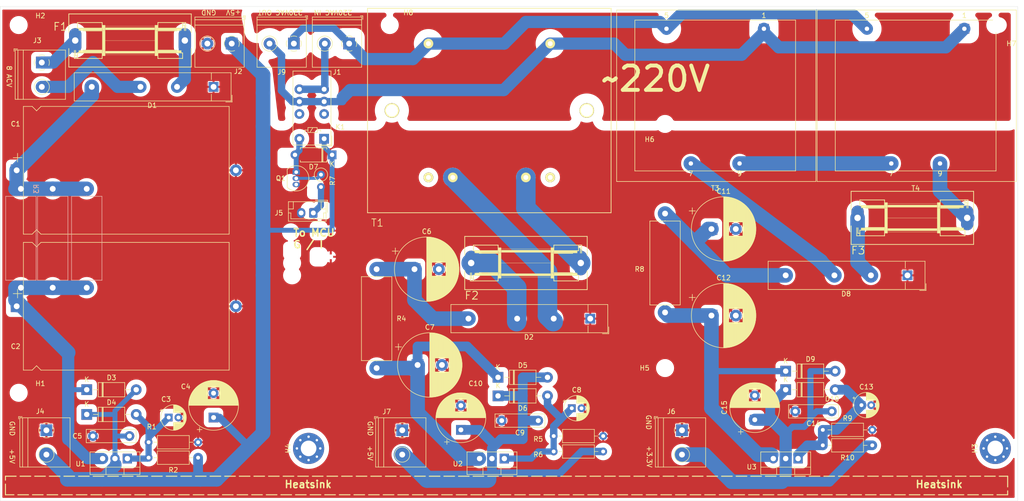
<source format=kicad_pcb>
(kicad_pcb (version 20240108) (generator "pcbnew") (generator_version "8.0")
  (layers (0 "F.Cu" signal) (31 "B.Cu" signal) (34 "B.Paste" user) (35 "F.Paste" user) (36 "B.SilkS" user "B.Silkscreen") (37 "F.SilkS" user "F.Silkscreen") (38 "B.Mask" user) (39 "F.Mask" user) (44 "Edge.Cuts" user))
  (net 0 "")
  (net 1 "GNDD")
  (net 2 "Net-(D1-+)")
  (net 3 "Net-(D4-A)")
  (net 4 "/AC1.1")
  (net 5 "/AC1.2")
  (net 6 "Net-(D3-K)")
  (net 7 "/ACF1.1")
  (net 8 "/DC_Out1_+5V")
  (net 9 "Net-(D2-+)")
  (net 10 "Net-(D5-K)")
  (net 11 "Net-(D6-A)")
  (net 12 "/DC_Out2_+5V")
  (net 13 "/AC2.2")
  (net 14 "/ACF2.1")
  (net 15 "Net-(T1-SB)")
  (net 16 "Net-(D7-A)")
  (net 19 "Net-(Q1-B)")
  (net 20 "/220VAC_Raw_2")
  (net 21 "/220VAC_Raw_1")
  (net 22 "/PWR_CTRL")
  (net 23 "Net-(D8-+)")
  (net 24 "Net-(D9-K)")
  (net 25 "Net-(D10-A)")
  (net 26 "/DC_Out3_+3.3V")
  (net 27 "/AC3.2")
  (net 28 "Net-(J9-Pin_2)")
  (net 29 "Net-(T3-SB)")
  (net 30 "/AC3.1")
  (net 31 "Net-(T4-SB)")
  (footprint "Resistor_THT:R_Axial_DIN0207_L6.3mm_D2.5mm_P10.16mm_Horizontal" (layer "F.Cu") (at 164.6178 115.57)
    (property "Reference" "R6")
    (property "Value" "330")
  )
  (footprint "Capacitor_THT:C_Rect_L10.0mm_W2.5mm_P7.50mm_MKS4" (layer "F.Cu") (at 221.7078 107.315 180)
    (property "Reference" "C14")
    (property "Value" "1uF")
  )
  (footprint "Capacitor_THT:C_Rect_L10.0mm_W2.5mm_P7.50mm_MKS4" (layer "F.Cu") (at 161.4428 109.22 180)
    (property "Reference" "C9")
    (property "Value" "1uF")
  )
  (footprint "Resistor_THT:R_Axial_DIN0617_L17.0mm_D6.0mm_P20.32mm_Horizontal" (layer "F.Cu") (at 128.27 78.105 -90)
    (property "Reference" "R4")
    (property "Value" "2.2" (hide yes))
  )
  (footprint "Capacitor_THT:CP_Radial_D10.0mm_P5.00mm" (layer "F.Cu") (at 94.7928 108.585 90)
    (property "Reference" "C4")
    (property "Value" "220uF")
  )
  (footprint "Resistor_THT:R_Axial_DIN0207_L6.3mm_D2.5mm_P10.16mm_Horizontal" (layer "F.Cu") (at 81.4578 113.665)
    (property "Reference" "R1")
    (property "Value" "82R")
  )
  (footprint "Capacitor_THT:CP_Radial_D10.0mm_P5.00mm" (layer "F.Cu") (at 145.5678 111.125 90)
    (property "Reference" "C10")
    (property "Value" "220uF")
  )
  (footprint "MyLibrary:SH22,5A" (layer "F.Cu") (at 158.9278 76.835)
    (property "Reference" "F2")
    (property "Value" "Fuse")
  )
  (footprint "MountingHole:MountingHole_3.2mm_M3" (layer "F.Cu") (at 54.7878 103.505 90)
    (property "Reference" "H1")
    (property "Value" "MountingHole")
  )
  (footprint "Capacitor_THT:CP_Radial_D5.0mm_P2.00mm" (layer "F.Cu") (at 227.797688 106.045)
    (property "Reference" "C13")
    (property "Value" "10uF/35V")
  )
  (footprint "Resistor_THT:R_Axial_DIN0207_L6.3mm_D2.5mm_P10.16mm_Horizontal" (layer "F.Cu") (at 164.6178 112.395)
    (property "Reference" "R5")
    (property "Value" "82R")
  )
  (footprint "MyLibrary:Transformer_Breve_TEZ-35x42_crni_6v_3.va" (layer "F.Cu") (at 248.92 29.972 180)
    (property "Reference" "T4")
    (property "Value" "Transformer_1P_1S")
  )
  (footprint "Capacitor_THT:CP_Radial_D10.0mm_P5.00mm" (layer "F.Cu") (at 205.8928 109.047677 90)
    (property "Reference" "C15")
    (property "Value" "220uF")
  )
  (footprint "MyLibrary:SH22,5A" (layer "F.Cu") (at 77.6478 31.115)
    (property "Reference" "F1")
    (property "Value" "Fuse")
  )
  (footprint "Package_TO_SOT_THT:TO-92_Inline" (layer "F.Cu") (at 111.76 58.166 -90)
    (property "Reference" "Q1")
    (property "Value" "BC547")
  )
  (footprint "MountingHole:MountingHole_3.2mm_M3" (layer "F.Cu") (at 187.4778 98.425 90)
    (property "Reference" "H5")
    (property "Value" "MountingHole")
  )
  (footprint "Capacitor_THT:CP_Radial_D5.0mm_P2.00mm" (layer "F.Cu") (at 85.582688 108.585)
    (property "Reference" "C3")
    (property "Value" "10uF/35V")
  )
  (footprint "Resistor_THT:R_Axial_DIN0207_L6.3mm_D2.5mm_P10.16mm_Horizontal" (layer "F.Cu") (at 219.8628 111.125)
    (property "Reference" "R9")
    (property "Value" "82R")
  )
  (footprint "Capacitor_THT:CP_Radial_D13.0mm_P5.00mm" (layer "F.Cu") (at 197.0028 87.63)
    (property "Reference" "C12")
    (property "Value" "2200uF/40v")
  )
  (footprint "Relay_THT:Relay_DPDT_Omron_G6S-2" (layer "F.Cu") (at 117.4953 51.2925 180)
    (property "Reference" "K1")
    (property "Value" "G6S-2")
  )
  (footprint "Diode_THT:D_A-405_P7.62mm_Horizontal" (layer "F.Cu") (at 119.126 54.61 180)
    (property "Reference" "D7")
    (property "Value" "1N4004")
  )
  (footprint "Capacitor_THT:CP_Radial_D13.0mm_P5.00mm" (layer "F.Cu") (at 136.6778 97.79)
    (property "Reference" "C7")
    (property "Value" "2200uF/40v")
  )
  (footprint "Package_TO_SOT_THT:TO-220-3_Vertical" (layer "F.Cu") (at 77.0996 117.0244 180)
    (property "Reference" "U1")
    (property "Value" "LT1084-ADJ")
  )
  (footprint "MyLibrary:Diode_Bridge_32.0x5.6x17.0mm_P10.0mm_P7.5mm" (layer "F.Cu") (at 94.7928 40.64 180)
    (property "Reference" "D1")
    (property "Value" "B80C3x00-2200A")
  )
  (footprint "Diode_THT:D_DO-41_SOD81_P10.16mm_Horizontal" (layer "F.Cu") (at 153.1878 104.14)
    (property "Reference" "D6")
    (property "Value" "1N4004")
  )
  (footprint "TerminalBlock_Philmore:TerminalBlock_Philmore_TB132_1x02_P5.00mm_Horizontal" (layer "F.Cu") (at 133.5278 111.205 -90)
    (property "Reference" "J7")
    (property "Value" "DC Out")
  )
  (footprint "MountingHole:MountingHole_3.2mm_M3" (layer "F.Cu") (at 256.032 27.94)
    (property "Reference" "H7")
    (property "Value" "MountingHole")
  )
  (footprint "TerminalBlock_Philmore:TerminalBlock_Philmore_TB132_1x02_P5.00mm_Horizontal" (layer "F.Cu") (at 59.5328 35.64 -90)
    (property "Reference" "J3")
    (property "Value" "AC In")
  )
  (footprint "MountingHole:MountingHole_3.2mm_M3_Pad_Via" (layer "F.Cu") (at 255.27 114.935 90)
    (property "Reference" "H3")
    (property "Value" "MountingHole")
  )
  (footprint "MyLibrary:Diode_Bridge_32.0x5.6x17.0mm_P10.0mm_P7.5mm" (layer "F.Cu") (at 237.2428 79.375 180)
    (property "Reference" "D8")
    (property "Value" "B80C3x00-2200A")
  )
  (footprint "Diode_THT:D_DO-41_SOD81_P10.16mm_Horizontal" (layer "F.Cu") (at 153.1878 100.33)
    (property "Reference" "D5")
    (property "Value" "1N4004")
  )
  (footprint "Package_TO_SOT_THT:TO-220-3_Vertical" (layer "F.Cu") (at 154.4828 117.0244 180)
    (property "Reference" "U2")
    (property "Value" "LT1084-ADJ")
  )
  (footprint "MountingHole:MountingHole_3.2mm_M3" (layer "F.Cu") (at 54.7878 27.94 90)
    (property "Reference" "H2")
    (property "Value" "MountingHole")
  )
  (footprint "TerminalBlock_Philmore:TerminalBlock_Philmore_TB132_1x02_P5.00mm_Horizontal" (layer "F.Cu") (at 190.9528 111.205 -90)
    (property "Reference" "J6")
    (property "Value" "DC Out")
  )
  (footprint "Connector_JST:JST_EH_B2B-EH-A_1x02_P2.50mm_Vertical" (layer "F.Cu") (at 115.276 66.548 180)
    (property "Reference" "J5")
    (property "Value" "Conn_01x02_Pin")
  )
  (footprint "Diode_THT:D_DO-41_SOD81_P10.16mm_Horizontal" (layer "F.Cu") (at 212.2428 99.06)
    (property "Reference" "D9")
    (property "Value" "1N4004")
  )
  (footprint "MyLibrary:Diode_Bridge_32.0x5.6x17.0mm_P10.0mm_P7.5mm" (layer "F.Cu") (at 172.1178 88.265 180)
    (property "Reference" "D2")
    (property "Value" "B80C3x00-2200A")
  )
  (footprint "TerminalBlock_Philmore:TerminalBlock_Philmore_TB132_1x02_P5.00mm_Horizontal" (layer "F.Cu") (at 98.5228 31.75 180)
    (property "Reference" "J2")
    (property "Value" "DC Out")
  )
  (footprint "TerminalBlock_Philmore:TerminalBlock_Philmore_TB132_1x02_P5.00mm_Horizontal" (layer "F.Cu") (at 60.4778 111.205 -90)
    (property "Reference" "J4")
    (property "Value" "DC Out")
  )
  (footprint "Resistor_THT:R_Axial_DIN0617_L17.0mm_D6.0mm_P20.32mm_Horizontal" (layer "F.Cu") (at 187.4778 66.675 -90)
    (property "Reference" "R8")
    (property "Value" "2.2")
  )
  (footprint "Capacitor_THT:C_Rect_L10.0mm_W2.5mm_P7.50mm_MKS4" (layer "F.Cu") (at 77.5278 112.395 180)
    (property "Reference" "C5")
    (property "Value" "1uF")
  )
  (footprint "Resistor_THT:R_Axial_DIN0207_L6.3mm_D2.5mm_P10.16mm_Horizontal" (layer "F.Cu") (at 81.4578 116.84)
    (property "Reference" "R2")
    (property "Value" "330")
  )
  (footprint "Diode_THT:D_DO-41_SOD81_P10.16mm_Horizontal" (layer "F.Cu") (at 68.7578 102.87)
    (property "Reference" "D3")
    (property "Value" "1N4004")
  )
  (footprint "Capacitor_THT:CP_Axial_L42.0mm_D26.0mm_P45.00mm_Horizontal" (layer "F.Cu") (at 54.3778 85.725)
    (property "Reference" "C2")
    (property "Value" "2200uF/40v")
  )
  (footprint "Package_TO_SOT_THT:TO-220-3_Vertical" (layer "F.Cu") (at 214.7828 117.0244 180)
    (property "Reference" "U3")
    (property "Value" "LT1084-ADJ")
  )
  (footprint "MountingHole:MountingHole_3.2mm_M3_Pad_Via" (layer "F.Cu") (at 114.3 114.935 90)
    (property "Reference" "H4")
    (property "Value" "MountingHole")
  )
  (footprint "Resistor_THT:R_Axial_DIN0207_L6.3mm_D2.5mm_P10.16mm_Horizontal" (layer "F.Cu") (at 219.8628 114.3)
    (property "Reference" "R10")
    (property "Value" "330")
  )
  (footprint "Diode_THT:D_DO-41_SOD81_P10.16mm_Horizontal" (layer "F.Cu") (at 212.2428 102.87)
    (property "Reference" "D10")
    (property "Value" "1N4004")
  )
  (footprint "MountingHole:MountingHole_3.2mm_M3" (layer "F.Cu") (at 187.4778 48.26 90)
    (property "Reference" "H6")
    (property "Value" "MountingHole")
  )
  (footprint "Capacitor_THT:CP_Axial_L42.0mm_D26.0mm_P45.00mm_Horizontal" (layer "F.Cu") (at 54.3778 57.785)
    (property "Reference" "C1")
    (property "Value" "2200uF/40v")
  )
  (footprint "Diode_THT:D_DO-41_SOD81_P10.16mm_Horizontal" (layer "F.Cu") (at 68.7578 107.95)
    (property "Reference" "D4")
    (property "Value" "1N4004")
  )
  (footprint "Capacitor_THT:CP_Radial_D13.0mm_P5.00mm" (layer "F.Cu") (at 136.0428 78.105)
    (property "Reference" "C6")
    (property "Value" "2200uF/40v")
  )
  (footprint "Resistor_THT:R_Axial_DIN0207_L6.3mm_D2.5mm_P2.54mm_Vertical" (layer "F.Cu") (at 116.84 58.674 -90)
    (property "Reference" "R7")
    (property "Value" "1k")
  )
  (footprint "MyLibrary:SH22,5A" (layer "F.Cu") (at 238.252 67.564)
    (property "Reference" "F3")
    (property "Value" "Fuse")
  )
  (footprint "MyLibrary:MYRRA_44266" (layer "F.Cu") (at 151.4028 45.5)
    (property "Reference" "T1")
    (property "Value" "Transformer_1P_1S")
  )
  (footprint "TerminalBlock_Philmore:TerminalBlock_Philmore_TB132_1x02_P5.00mm_Horizontal" (layer "F.Cu") (at 122.6278 31.75 180)
    (property "Reference" "J1")
    (property "Value" "Mains")
  )
  (footprint "MountingHole:MountingHole_3.2mm_M3" (layer "F.Cu") (at 130.9628 27.94)
    (property "Reference" "H8")
    (property "Value" "MountingHole")
  )
  (footprint "MyLibrary:Transformer_Breve_TEZ-35x42_crni_6v_3.va" (layer "F.Cu") (at 207.772 29.972 180)
    (property "Reference" "T3")
    (property "Value" "Transformer_1P_1S")
  )
  (footprint "TerminalBlock_Philmore:TerminalBlock_Philmore_TB132_1x02_P5.00mm_Horizontal" (layer "F.Cu") (at 111.2778 31.75 180)
    (property "Reference" "J9")
    (property "Value" "Mains")
  )
  (footprint "Capacitor_THT:CP_Radial_D13.0mm_P5.00mm" (layer "F.Cu") (at 197.0028 69.85)
    (property "Reference" "C11")
    (property "Value" "2200uF/40v")
  )
  (footprint "Capacitor_THT:CP_Radial_D5.0mm_P2.00mm" (layer "F.Cu") (at 168.3328 106.68)
    (property "Reference" "C8")
    (property "Value" "10uF/35V")
  )
  (footprint "Resistor_THT:R_Axial_DIN0617_L17.0mm_D6.0mm_P20.32mm_Horizontal" (layer "B.Cu") (at 61.7728 61.595 -90)
    (property "Reference" "R3" (hide yes))
    (property "Value" "2.2" (hide yes))
  )
  (footprint "Resistor_THT:R_Axial_DIN0617_L17.0mm_D6.0mm_P20.32mm_Horizontal" (layer "B.Cu") (at 68.7578 61.595 -90)
    (property "Reference" "R3" (hide yes))
    (property "Value" "2.2" (hide yes))
  )
  (footprint "Resistor_THT:R_Axial_DIN0617_L17.0mm_D6.0mm_P20.32mm_Horizontal" (layer "B.Cu") (at 55.245 61.595 -90)
    (property "Reference" "R3")
    (property "Value" "2.2" (hide yes))
  )
  (gr_rect (start 52.07 120.65) (end 257.81 124.46) (stroke (width 0.2) (type dash)) (fill none) (layer "F.SilkS"))
  (gr_rect (start 50.9778 24.13) (end 259.8678 125.73) (stroke (width 0.05)) (fill none) (layer "Edge.Cuts"))
  (gr_text "To MCU\nG / I" (at 110.998 73.914 0) (layer "F.SilkS") (effects (font (size 1.5 1.5) (thickness 0.3) (bold yes)) (justify left bottom)))
  (gr_text "GND" (at 95.4278 24.765 180) (layer "F.SilkS") (effects (font (size 1 1)) (justify left bottom)))
  (gr_text "GND" (at 183.515 107.95 -90) (layer "F.SilkS") (effects (font (size 1 1)) (justify left bottom)))
  (gr_text "+5V" (at 126.365 114.3 -90) (layer "F.SilkS") (effects (font (size 1 1)) (justify left bottom)))
  (gr_text "Heatsink" (at 238.76 123.19 0) (layer "F.SilkS") (effects (font (size 1.5 1.5) (thickness 0.3) (bold yes)) (justify left bottom)))
  (gr_text "~220V" (at 173.99 41.91 0) (layer "F.SilkS") (effects (font (size 5 5) (thickness 0.8) (bold yes)) (justify left bottom)))
  (gr_text "GND" (at 126.365 109.22 -90) (layer "F.SilkS") (effects (font (size 1 1)) (justify left bottom)))
  (gr_text "+5V" (at 100.5078 24.765 180) (layer "F.SilkS") (effects (font (size 1 1)) (justify left bottom)))
  (gr_text "+3.3V" (at 183.6678 114.3 270) (layer "F.SilkS") (effects (font (size 1 1)) (justify left bottom)))
  (gr_text "220VAC IN\n" (at 123.3428 24.765 180) (layer "F.SilkS") (effects (font (size 1 1)) (justify left bottom)))
  (gr_text "220VAC OUT" (at 113.1828 24.765 180) (layer "F.SilkS") (effects (font (size 1 1)) (justify left bottom)))
  (gr_text "Heatsink" (at 109.22 123.19 0) (layer "F.SilkS") (effects (font (size 1.5 1.5) (thickness 0.3) (bold yes)) (justify left bottom)))
  (gr_text "+5V" (at 52.8578 114.935 -90) (layer "F.SilkS") (effects (font (size 1 1)) (justify left bottom)))
  (gr_text "8 ACV" (at 52.2478 36.195 -90) (layer "F.SilkS") (effects (font (size 1 1)) (justify left bottom)))
  (gr_text "GND" (at 52.8578 109.22 -90) (layer "F.SilkS") (effects (font (size 1 1)) (justify left bottom)))
  (segment (start 54.3778 57.785) (end 54.3778 61.37) (width 3) (layer "B.Cu") (net 2))
  (segment (start 69.7928 40.64) (end 69.7928 42.37) (width 3) (layer "B.Cu") (net 2))
  (segment (start 54.1528 61.595) (end 61.7728 61.595) (width 3) (layer "B.Cu") (net 2))
  (segment (start 69.7928 42.37) (end 54.3778 57.785) (width 3) (layer "B.Cu") (net 2))
  (segment (start 61.7728 61.595) (end 68.7578 61.595) (width 3) (layer "B.Cu") (net 2))
  (segment (start 54.3778 61.37) (end 54.1528 61.595) (width 3) (layer "B.Cu") (net 2))
  (segment (start 81.4578 110.49) (end 78.9178 107.95) (width 1.27) (layer "B.Cu") (net 3))
  (segment (start 77.0996 117.0244) (end 81.2734 117.0244) (width 1.27) (layer "B.Cu") (net 3))
  (segment (start 81.4578 113.665) (end 81.4578 112.709888) (width 1.27) (layer "B.Cu") (net 3))
  (segment (start 81.4578 116.84) (end 81.4578 113.665) (width 1.27) (layer "B.Cu") (net 3))
  (segment (start 81.2734 117.0244) (end 81.4578 116.84) (width 1.27) (layer "B.Cu") (net 3))
  (segment (start 81.4578 113.665) (end 81.4578 110.49) (width 1.27) (layer "B.Cu") (net 3))
  (segment (start 81.4578 112.709888) (end 85.582688 108.585) (width 1.27) (layer "B.Cu") (net 3))
  (segment (start 59.5328 35.64) (end 61.8706 35.64) (width 2.5) (layer "B.Cu") (net 4))
  (segment (start 61.8706 35.64) (end 66.3956 31.115) (width 2.5) (layer "B.Cu") (net 4))
  (segment (start 75.1078 40.64) (end 70.0278 35.56) (width 2.5) (layer "B.Cu") (net 5))
  (segment (start 79.7928 40.64) (end 75.1078 40.64) (width 2.5) (layer "B.Cu") (net 5))
  (segment (start 64.9478 40.64) (end 59.5328 40.64) (width 2.5) (layer "B.Cu") (net 5))
  (segment (start 70.0278 35.56) (end 64.9478 40.64) (width 2.5) (layer "B.Cu") (net 5))
  (segment (start 68.7578 102.87) (end 64.9478 102.87) (width 1.016) (layer "B.Cu") (net 6))
  (segment (start 64.9478 113.055) (end 64.9478 95.25) (width 2.5) (layer "B.Cu") (net 6))
  (segment (start 64.9478 95.25) (end 55.4228 85.725) (width 2.5) (layer "B.Cu") (net 6))
  (segment (start 61.7728 81.915) (end 68.7578 81.915) (width 3) (layer "B.Cu") (net 6))
  (segment (start 54.1528 81.915) (end 54.1528 84.455) (width 3) (layer "B.Cu") (net 6))
  (segment (start 72.0196 117.0244) (end 68.9172 117.0244) (width 2.3) (layer "B.Cu") (net 6))
  (segment (start 54.1528 84.455) (end 64.9478 95.25) (width 3) (layer "B.Cu") (net 6))
  (segment (start 55.4228 85.725) (end 54.3778 85.725) (width 2.5) (layer "B.Cu") (net 6))
  (segment (start 68.9172 117.0244) (end 64.9478 113.055) (width 2.3) (layer "B.Cu") (net 6))
  (segment (start 54.1528 81.915) (end 61.7728 81.915) (width 3) (layer "B.Cu") (net 6))
  (segment (start 88.9 31.115) (end 88.9 39.0328) (width 2.5) (layer "B.Cu") (net 7))
  (segment (start 88.9 39.0328) (end 87.2928 40.64) (width 2.5) (layer "B.Cu") (net 7))
  (segment (start 104.9528 79.375) (end 104.9528 111.76) (width 3) (layer "B.Cu") (net 8))
  (segment (start 73.4684 119.7244) (end 74.6971 118.4957) (width 2.4) (layer "B.Cu") (net 8))
  (segment (start 74.5596 107.95) (end 68.7578 107.95) (width 1.016) (layer "B.Cu") (net 8))
  (segment (start 104.9528 70.104) (end 104.9528 76.835) (width 3) (layer "B.Cu") (net 8))
  (segment (start 104.9528 66.04) (end 104.9528 70.104) (width 3) (layer "B.Cu") (net 8))
  (segment (start 74.5596 107.2282) (end 74.5596 107.95) (width 1.016) (layer "B.Cu") (net 8))
  (segment (start 119.126 70.104) (end 104.9528 70.104) (width 1) (layer "B.Cu") (net 8))
  (segment (start 78.9178 102.87) (end 74.5596 107.2282) (width 1.016) (layer "B.Cu") (net 8))
  (segment (start 96.0378 108.585) (end 102.0828 114.63) (width 1.524) (layer "B.Cu") (net 8))
  (segment (start 104.9528 38.18) (end 104.9528 41.91) (width 3) (layer "B.Cu") (net 8))
  (segment (start 74.5596 107.95) (end 74.5596 112.395) (width 1.016) (layer "B.Cu") (net 8))
  (segment (start 104.9528 41.91) (end 104.9528 48.768) (width 3) (layer "B.Cu") (net 8))
  (segment (start 104.9528 48.768) (end 104.9528 55.245) (width 3) (layer "B.Cu") (net 8))
  (segment (start 98.5228 31.75) (end 104.9528 38.18) (width 3) (layer "B.Cu") (net 8))
  (segment (start 71.9078 121.285) (end 92.075 121.285) (width 3) (layer "B.Cu") (net 8))
  (segment (start 102.0828 114.63) (end 104.9528 111.76) (width 3) (layer "B.Cu") (net 8))
  (segment (start 119.126 54.61) (end 119.126 70.104) (width 1) (layer "B.Cu") (net 8))
  (segment (start 91.6178 116.84) (end 91.6178 120.8278) (width 2) (layer "B.Cu") (net 8))
  (segment (start 71.9078 121.285) (end 64.77 121.285) (width 3) (layer "B.Cu") (net 8))
  (segment (start 73.6212 119.8772) (end 73.759 120.015) (width 2.4) (layer "B.Cu") (net 8))
  (segment (start 73.4684 119.7244) (end 71.9078 121.285) (width 2.4) (layer "B.Cu") (net 8))
  (segment (start 64.77 120.4972) (end 64.77 121.285) (width 3) (layer "B.Cu") (net 8))
  (segment (start 117.4953 52.9793) (end 119.126 54.61) (width 1) (layer "B.Cu") (net 8))
  (segment (start 73.4684 119.7244) (end 73.759 120.015) (width 2.4) (layer "B.Cu") (net 8))
  (segment (start 95.4278 121.285) (end 96.6978 120.015) (width 3) (layer "B.Cu") (net 8))
  (segment (start 91.6178 120.8278) (end 92.075 121.285) (width 3) (layer "B.Cu") (net 8))
  (segment (start 74.6971 118.4957) (end 74.6971 118.165277) (width 2.4) (layer "B.Cu") (net 8))
  (segment (start 104.9528 55.245) (end 104.9528 66.04) (width 3) (layer "B.Cu") (net 8))
  (segment (start 96.6978 120.015) (end 102.0828 114.63) (width 3) (layer "B.Cu") (net 8))
  (segment (start 92.075 121.285) (end 95.4278 121.285) (width 3) (layer "B.Cu") (net 8))
  (segment (start 74.5596 112.395) (end 77.5278 112.395) (width 1.016) (layer "B.Cu") (net 8))
  (segment (start 104.9528 76.835) (end 104.9528 79.375) (width 3) (layer "B.Cu") (net 8))
  (segment (start 94.7928 108.585) (end 96.0378 108.585) (width 1.524) (layer "B.Cu") (net 8))
  (segment (start 74.5596 112.395) (end 74.5596 117.0244) (width 1.016) (layer "B.Cu") (net 8))
  (segment (start 60.4778 116.205) (end 64.77 120.4972) (width 3) (layer "B.Cu") (net 8))
  (segment (start 117.4953 51.2925) (end 117.4953 52.9793) (width 1) (layer "B.Cu") (net 8))
  (segment (start 136.0428 78.105) (end 136.0428 84.455) (width 3) (layer "B.Cu") (net 9))
  (segment (start 136.0428 84.455) (end 139.8528 88.265) (width 3) (layer "B.Cu") (net 9))
  (segment (start 128.27 78.105) (end 136.0428 78.105) (width 3) (layer "B.Cu") (net 9))
  (segment (start 147.1178 88.265) (end 139.8528 88.265) (width 3) (layer "B.Cu") (net 9))
  (segment (start 136.6778 107.635) (end 146.0672 117.0244) (width 3) (layer "B.Cu") (net 10))
  (segment (start 136.6778 97.79) (end 136.6778 107.635) (width 3) (layer "B.Cu") (net 10))
  (segment (start 136.6778 93.98) (end 136.6778 97.79) (width 2) (layer "B.Cu") (net 10))
  (segment (start 128.27 98.425) (end 136.0428 98.425) (width 3) (layer "B.Cu") (net 10))
  (segment (start 146.8378 93.98) (end 136.6778 93.98) (width 2) (layer "B.Cu") (net 10))
  (segment (start 146.0672 117.0244) (end 149.2428 117.0244) (width 3) (layer "B.Cu") (net 10))
  (segment (start 136.0428 98.425) (end 136.6778 97.79) (width 3) (layer "B.Cu") (net 10))
  (segment (start 153.1878 100.33) (end 146.8378 93.98) (width 2) (layer "B.Cu") (net 10))
  (segment (start 163.3478 106.045) (end 163.3478 104.14) (width 1.524) (layer "B.Cu") (net 11))
  (segment (start 165.8403 109.1725) (end 168.3328 106.68) (width 1.524) (layer "B.Cu") (net 11))
  (segment (start 164.6178 112.395) (end 164.6178 110.395) (width 1.524) (layer "B.Cu") (net 11))
  (segment (start 159.9884 117.0244) (end 161.4428 115.57) (width 1.27) (layer "B.Cu") (net 11))
  (segment (start 165.8403 108.5375) (end 163.3478 106.045) (width 1.524) (layer "B.Cu") (net 11))
  (segment (start 165.8403 109.1725) (end 165.8403 108.5375) (width 1.524) (layer "B.Cu") (net 11))
  (segment (start 164.6178 115.57) (end 164.6178 112.395) (width 1.27) (layer "B.Cu") (net 11))
  (segment (start 154.4828 117.0244) (end 159.9884 117.0244) (width 1.27) (layer "B.Cu") (net 11))
  (segment (start 161.4428 115.57) (end 164.6178 115.57) (width 1.27) (layer "B.Cu") (net 11))
  (segment (start 164.6178 110.395) (end 165.8403 109.1725) (width 1.524) (layer "B.Cu") (net 11))
  (segment (start 151.9428 114.91) (end 151.9428 117.0244) (width 2) (layer "B.Cu") (net 12))
  (segment (start 138.6078 121.285) (end 133.5278 116.205) (width 3.5) (layer "B.Cu") (net 12))
  (segment (start 145.5678 111.125) (end 149.3778 111.125) (width 2) (layer "B.Cu") (net 12))
  (segment (start 158.2678 109.22) (end 158.2678 113.03) (width 2) (layer "B.Cu") (net 12))
  (segment (start 153.8228 113.03) (end 152.5528 114.3) (width 2) (layer "B.Cu") (net 12))
  (segment (start 165.8878 120.015) (end 152.375 120.015) (width 1.524) (layer "B.Cu") (net 12))
  (segment (start 158.2678 113.03) (end 153.8228 113.03) (width 2) (layer "B.Cu") (net 12))
  (segment (start 158.2678 100.33) (end 158.2678 104.14) (width 2) (layer "B.Cu") (net 12))
  (segment (start 151.105 121.285) (end 138.6078 121.285) (width 3.5) (layer "B.Cu") (net 12))
  (segment (start 163.3478 100.33) (end 158.2678 100.33) (width 2) (layer "B.Cu") (net 12))
  (segment (start 174.7778 115.57) (end 170.3328 115.57) (width 1.524) (layer "B.Cu") (net 12))
  (segment (start 158.2678 109.22) (end 161.4428 109.22) (width 2) (layer "B.Cu") (net 12))
  (segment (start 153.1878 104.14) (end 158.2678 104.14) (width 2) (layer "B.Cu") (net 12))
  (segment (start 152.375 120.015) (end 151.105 121.285) (width 1.524) (layer "B.Cu") (net 12))
  (segment (start 151.9428 120.4472) (end 151.105 121.285) (width 2) (layer "B.Cu") (net 12))
  (segment (start 152.5528 114.3) (end 151.9428 114.91) (width 2) (layer "B.Cu") (net 12))
  (segment (start 170.3328 115.57) (end 165.8878 120.015) (width 1.524) (layer "B.Cu") (net 12))
  (segment (start 151.9428 117.0244) (end 151.9428 120.4472) (width 2) (layer "B.Cu") (net 12))
  (segment (start 158.2678 104.14) (end 158.2678 109.22) (width 2) (layer "B.Cu") (net 12))
  (segment (start 149.3778 111.125) (end 152.5528 114.3) (width 2) (layer "B.Cu") (net 12))
  (segment (start 163.3478 78.695) (end 163.3478 87.725) (width 4) (layer "B.Cu") (net 13))
  (segment (start 163.3478 87.725) (end 164.5228 88.9) (width 4) (layer "B.Cu") (net 13))
  (segment (start 143.9028 59.25) (end 163.3478 78.695) (width 4) (layer "B.Cu") (net 13))
  (segment (start 147.6756 76.835) (end 151.9178 76.835) (width 4) (layer "B.Cu") (net 14))
  (segment (start 151.9178 76.835) (end 157.0228 81.94) (width 4) (layer "B.Cu") (net 14))
  (segment (start 157.0228 81.94) (end 157.0228 88.9) (width 4) (layer "B.Cu") (net 14))
  (segment (start 158.9028 65.5578) (end 170.18 76.835) (width 4) (layer "B.Cu") (net 15))
  (segment (start 158.9028 59.25) (end 158.9028 65.5578) (width 4) (layer "B.Cu") (net 15))
  (segment (start 112.4153 53.7007) (end 111.506 54.61) (width 1.27) (layer "B.Cu") (net 16))
  (segment (start 112.4153 51.2925) (end 112.4153 53.7007) (width 1.27) (layer "B.Cu") (net 16))
  (segment (start 111.76 54.864) (end 111.506 54.61) (width 1.016) (layer "B.Cu") (net 16))
  (segment (start 111.76 58.166) (end 111.76 54.864) (width 1.016) (layer "B.Cu") (net 16))
  (segment (start 116.84 58.674) (end 116.078 59.436) (width 0.6) (layer "B.Cu") (net 19))
  (segment (start 116.078 59.436) (end 111.76 59.436) (width 0.6) (layer "B.Cu") (net 19))
  (segment (start 125.8028 34.925) (end 122.6278 31.75) (width 2.5) (layer "B.Cu") (net 20))
  (segment (start 154.4578 31.75) (end 158.9028 27.305) (width 2.5) (layer "B.Cu") (net 20))
  (segment (start 111.2778 30.48) (end 113.1828 28.575) (width 1.524) (layer "B.Cu") (net 20))
  (segment (start 119.4528 28.575) (end 122.6278 31.75) (width 1.524) (layer "B.Cu") (net 20))
  (segment (start 138.9028 31.75) (end 135.7278 34.925) (width 2.5) (layer "B.Cu") (net 20))
  (segment (start 138.9028 31.75) (end 154.4578 31.75) (width 2.5) (layer "B.Cu") (net 20))
  (segment (start 135.7278 34.925) (end 125.8028 34.925) (width 2.5) (layer "B.Cu") (net 20))
  (segment (start 186.375 27.305) (end 187.772 28.702) (width 2.5) (layer "B.Cu") (net 20))
  (segment (start 113.1828 28.575) (end 119.4528 28.575) (width 1.524) (layer "B.Cu") (net 20))
  (segment (start 158.9028 27.305) (end 186.375 27.305) (width 2.5) (layer "B.Cu") (net 20))
  (segment (start 187.772 28.702) (end 190.472 26.002) (width 2.5) (layer "B.Cu") (net 20))
  (segment (start 190.472 25.75) (end 226.22 25.75) (width 2) (layer "B.Cu") (net 20))
  (segment (start 111.2778 31.75) (end 111.2778 30.48) (width 1.524) (layer "B.Cu") (net 20))
  (segment (start 226.22 26.002) (end 228.92 28.702) (width 2.5) (layer "B.Cu") (net 20))
  (segment (start 112.4153 41.1325) (end 117.4953 41.1325) (width 1.524) (layer "B.Cu") (net 21))
  (segment (start 117.6278 41) (end 117.4953 41.1325) (width 1.524) (layer "B.Cu") (net 21))
  (segment (start 117.6278 31.75) (end 117.6278 41) (width 1.524) (layer "B.Cu") (net 21))
  (segment (start 116.84 64.984) (end 115.276 66.548) (width 1.27) (layer "B.Cu") (net 22))
  (segment (start 116.84 61.214) (end 116.84 64.984) (width 1.27) (layer "B.Cu") (net 22))
  (segment (start 196.3678 69.85) (end 193.5103 72.7075) (width 3) (layer "B.Cu") (net 23))
  (segment (start 200.1778 79.375) (end 193.5103 72.7075) (width 3) (layer "B.Cu") (net 23))
  (segment (start 193.5103 72.7075) (end 187.4778 66.675) (width 3) (layer "B.Cu") (net 23))
  (segment (start 197.0028 69.85) (end 196.3678 69.85) (width 3) (layer "B.Cu") (net 23))
  (segment (start 212.2428 79.375) (end 200.1778 79.375) (width 3) (layer "B.Cu") (net 23))
  (segment (start 188.1128 87.63) (end 187.4778 86.995) (width 3) (layer "B.Cu") (net 24))
  (segment (start 197.0028 106.68) (end 206.5278 116.205) (width 3) (layer "B.Cu") (net 24))
  (segment (start 206.5278 116.205) (end 209.2928 116.205) (width 3) (layer "B.Cu") (net 24))
  (segment (start 212.2428 99.06) (end 197.0028 99.06) (width 1.27) (layer "B.Cu") (net 24))
  (segment (start 197.0028 99.06) (end 197.0028 106.68) (width 3) (layer "B.Cu") (net 24))
  (segment (start 197.0028 87.63) (end 188.1128 87.63) (width 3) (layer "B.Cu") (net 24))
  (segment (start 197.0028 87.63) (end 197.0028 99.06) (width 3) (layer "B.Cu") (net 24))
  (segment (start 216.6878 114.3) (end 214.7828 116.205) (width 2) (layer "B.Cu") (net 25))
  (segment (start 219.8628 111.125) (end 219.8628 114.3) (width 2) (layer "B.Cu") (net 25))
  (segment (start 219.8628 114.3) (end 216.6878 114.3) (width 2) (layer "B.Cu") (net 25))
  (segment (start 224.622688 102.87) (end 227.797688 106.045) (width 2) (layer "B.Cu") (net 25))
  (segment (start 222.717688 111.125) (end 227.797688 106.045) (width 2) (layer "B.Cu") (net 25))
  (segment (start 222.4028 102.87) (end 224.622688 102.87) (width 2) (layer "B.Cu") (net 25))
  (segment (start 219.8628 111.125) (end 222.717688 111.125) (width 2) (layer "B.Cu") (net 25))
  (segment (start 212.2428 116.205) (end 212.2428 121.020354) (width 2.5) (layer "B.Cu") (net 26))
  (segment (start 213.650477 110.49) (end 212.2428 111.897677) (width 1.27) (layer "B.Cu") (net 26))
  (segment (start 195.58 116.205) (end 190.9528 116.205) (width 3) (layer "B.Cu") (net 26))
  (segment (start 205.8928 109.047677) (end 209.0678 109.047677) (width 2.5) (layer "B.Cu") (net 26))
  (segment (start 218.5928 107.315) (end 221.7078 107.315) (width 1.27) (layer "B.Cu") (net 26))
  (segment (start 201.162677 121.787677) (end 195.58 116.205) (width 3) (layer "B.Cu") (net 26))
  (segment (start 209.0678 106.045) (end 209.0678 109.047677) (width 2) (layer "B.Cu") (net 26))
  (segment (start 216.0528 110.49) (end 213.650477 110.49) (width 1.27) (layer "B.Cu") (net 26))
  (segment (start 217.3228 99.06) (end 217.3228 107.95) (width 1.27) (layer "B.Cu") (net 26))
  (segment (start 222.4028 99.06) (end 217.3228 99.06) (width 1.27) (layer "B.Cu") (net 26))
  (segment (start 217.3228 109.22) (end 216.0528 110.49) (width 1.27) (layer "B.Cu") (net 26))
  (segment (start 211.475477 121.787677) (end 201.162677 121.787677) (width 3) (layer "B.Cu") (net 26))
  (segment (start 212.2428 102.87) (end 209.0678 106.045) (width 2) (layer "B.Cu") (net 26))
  (segment (start 228.6928 114.3) (end 221.205123 121.787677) (width 2) (layer "B.Cu") (net 26))
  (segment (start 217.9578 107.95) (end 218.5928 107.315) (width 1.27) (layer "B.Cu") (net 26))
  (segment (start 209.0678 109.047677) (end 209.3928 109.047677) (width 2.5) (layer "B.Cu") (net 26))
  (segment (start 228.6928 114.3) (end 230.0228 114.3) (width 2) (layer "B.Cu") (net 26))
  (segment (start 221.205123 121.787677) (end 211.475477 121.787677) (width 2) (layer "B.Cu") (net 26))
  (segment (start 212.2428 121.020354) (end 211.475477 121.787677) (width 2.5) (layer "B.Cu") (net 26))
  (segment (start 217.3228 107.95) (end 217.3228 109.22) (width 1.27) (layer "B.Cu") (net 26))
  (segment (start 217.3228 107.95) (end 217.9578 107.95) (width 1.27) (layer "B.Cu") (net 26))
  (segment (start 209.3928 109.047677) (end 212.2428 111.897677) (width 2.5) (layer "B.Cu") (net 26))
  (segment (start 212.2428 111.897677) (end 212.2428 116.205) (width 2.5) (layer "B.Cu") (net 26))
  (segment (start 226.9998 67.564) (end 226.9998 76.632) (width 3) (layer "B.Cu") (net 27))
  (segment (start 226.9998 76.632) (end 229.7428 79.375) (width 3) (layer "B.Cu") (net 27))
  (segment (start 203.2 34.036) (end 207.772 29.464) (width 2.5) (layer "B.Cu") (net 28))
  (segment (start 108.7378 41.409213) (end 111.001087 43.6725) (width 1.524) (layer "B.Cu") (net 28))
  (segment (start 207.772 28.702) (end 207.772 29.464) (width 2.5) (layer "B.Cu") (net 28))
  (segment (start 117.4953 43.6725) (end 121.2953 43.6725) (width 1.5) (layer "B.Cu") (net 28))
  (segment (start 106.2778 31.75) (end 108.7378 34.21) (width 1.524) (layer "B.Cu") (net 28))
  (segment (start 245.11 32.512) (end 248.92 28.702) (width 2.5) (layer "B.Cu") (net 28))
  (segment (start 179.324 34.036) (end 203.2 34.036) (width 2.5) (layer "B.Cu") (net 28))
  (segment (start 108.7378 34.21) (end 108.7378 41.409213) (width 1.524) (layer "B.Cu") (net 28))
  (segment (start 111.001087 43.6725) (end 112.4153 43.6725) (width 1.524) (layer "B.Cu") (net 28))
  (segment (start 207.772 29.464) (end 210.82 32.512) (width 2.5) (layer "B.Cu") (net 28))
  (segment (start 112.4153 43.6725) (end 117.4953 43.6725) (width 1.5) (layer "B.Cu") (net 28))
  (segment (start 177.038 31.75) (end 179.324 34.036) (width 2.5) (layer "B.Cu") (net 28))
  (segment (start 154.3578 41.295) (end 122.825032 41.295) (width 2.5) (layer "B.Cu") (net 28))
  (segment (start 210.82 32.512) (end 245.11 32.512) (width 2.5) (layer "B.Cu") (net 28))
  (segment (start 163.9028 31.75) (end 154.3578 41.295) (width 2.5) (layer "B.Cu") (net 28))
  (segment (start 163.9028 31.75) (end 177.038 31.75) (width 2.5) (layer "B.Cu") (net 28))
  (segment (start 122.825032 41.295) (end 121.2953 42.824732) (width 2.5) (layer "B.Cu") (net 28))
  (segment (start 233.92 56.388) (end 202.772 56.388) (width 3) (layer "B.Cu") (net 29))
  (segment (start 219.0428 76.175) (end 219.456 76.454) (width 3) (layer "B.Cu") (net 30))
  (segment (start 222.2428 79.375) (end 219.0428 76.175) (width 3) (layer "B.Cu") (net 30))
  (segment (start 219.456 76.454) (end 192.772 56.388) (width 3) (layer "B.Cu") (net 30))
  (segment (start 243.92 56.388) (end 243.92 61.9798) (width 3) (layer "B.Cu") (net 31))
  (segment (start 243.92 61.9798) (end 249.5042 67.564) (width 3) (layer "B.Cu") (net 31))
  (zone (net 0) (net_name "") (layer "F.Cu") (name "220vac") (priority 2) (connect_pads no (clearance 2)) (min_thickness 1) (fill yes (mode hatch) (thermal_gap 1) (thermal_bridge_width 1) (island_removal_mode 1) (island_area_min 10) (hatch_thickness 10) (hatch_gap 10) (hatch_orientation 0) (hatch_border_algorithm hatch_thickness) (hatch_min_hole_area 0.3))
    (polygon (pts (xy 102.3878 25.4) (xy 103.6578 31.75) (xy 106.8328 36.83) (xy 108.1028 47.625) (xy 258.445 47.625) (xy 258.445 25.4)))
  )
  (zone (net 1) (net_name "GNDD") (layer "F.Cu") (connect_pads thru_hole_only (clearance 1)) (min_thickness 0.3) (fill yes (thermal_gap 0.2) (thermal_bridge_width 0.4) (smoothing fillet) (island_removal_mode 2) (island_area_min 10))
    (polygon (pts (xy 51.435 24.765) (xy 51.435 125.095) (xy 259.2328 125.095) (xy 259.2328 24.765)))
  )
)
</source>
